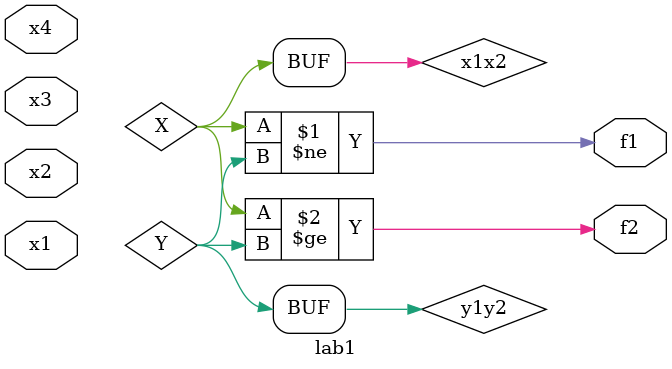
<source format=v>
module lab1 (x1, x2, x3, x4, f1, f2);
	input x1, x2, x3, x4;
	output f1, f2;
	assign X = x1x2;
	assign Y = y1y2;

		
	assign f1 = (X != Y);
	assign f2 = (X >= Y);
endmodule

</source>
